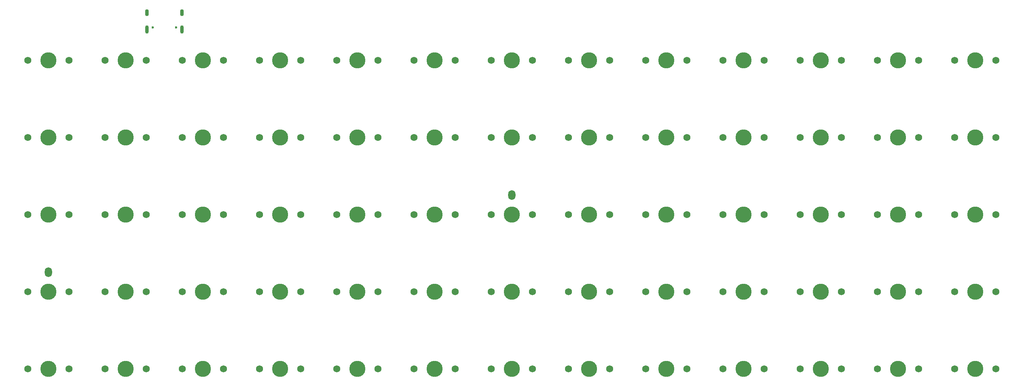
<source format=gbr>
%TF.GenerationSoftware,KiCad,Pcbnew,5.1.9+dfsg1-1*%
%TF.CreationDate,2021-12-19T00:26:22+01:00*%
%TF.ProjectId,okey65-pcb,6f6b6579-3635-42d7-9063-622e6b696361,rev?*%
%TF.SameCoordinates,Original*%
%TF.FileFunction,Soldermask,Top*%
%TF.FilePolarity,Negative*%
%FSLAX46Y46*%
G04 Gerber Fmt 4.6, Leading zero omitted, Abs format (unit mm)*
G04 Created by KiCad (PCBNEW 5.1.9+dfsg1-1) date 2021-12-19 00:26:22*
%MOMM*%
%LPD*%
G01*
G04 APERTURE LIST*
%ADD10C,3.987800*%
%ADD11C,1.750000*%
%ADD12C,0.600000*%
%ADD13O,0.900000X1.700000*%
%ADD14O,0.900000X2.000000*%
%ADD15O,1.800000X2.400000*%
G04 APERTURE END LIST*
D10*
%TO.C,MX3*%
X71437500Y-41275000D03*
D11*
X76517500Y-41275000D03*
X66357500Y-41275000D03*
%TD*%
D10*
%TO.C,MX34*%
X166687500Y-79375000D03*
D11*
X171767500Y-79375000D03*
X161607500Y-79375000D03*
%TD*%
D10*
%TO.C,MX30*%
X90487500Y-79375000D03*
D11*
X95567500Y-79375000D03*
X85407500Y-79375000D03*
%TD*%
D10*
%TO.C,MX29*%
X71437500Y-79375000D03*
D11*
X76517500Y-79375000D03*
X66357500Y-79375000D03*
%TD*%
D10*
%TO.C,MX16*%
X71437500Y-60325000D03*
D11*
X76517500Y-60325000D03*
X66357500Y-60325000D03*
%TD*%
D10*
%TO.C,MX65*%
X261937500Y-117475000D03*
D11*
X267017500Y-117475000D03*
X256857500Y-117475000D03*
%TD*%
D10*
%TO.C,MX64*%
X242887500Y-117475000D03*
D11*
X247967500Y-117475000D03*
X237807500Y-117475000D03*
%TD*%
D10*
%TO.C,MX63*%
X223837500Y-117475000D03*
D11*
X228917500Y-117475000D03*
X218757500Y-117475000D03*
%TD*%
D10*
%TO.C,MX62*%
X204787500Y-117475000D03*
D11*
X209867500Y-117475000D03*
X199707500Y-117475000D03*
%TD*%
D10*
%TO.C,MX61*%
X185737500Y-117475000D03*
D11*
X190817500Y-117475000D03*
X180657500Y-117475000D03*
%TD*%
D10*
%TO.C,MX60*%
X166687500Y-117475000D03*
D11*
X171767500Y-117475000D03*
X161607500Y-117475000D03*
%TD*%
D10*
%TO.C,MX59*%
X147637500Y-117475000D03*
D11*
X152717500Y-117475000D03*
X142557500Y-117475000D03*
%TD*%
D10*
%TO.C,MX58*%
X128587500Y-117475000D03*
D11*
X133667500Y-117475000D03*
X123507500Y-117475000D03*
%TD*%
D10*
%TO.C,MX57*%
X109537500Y-117475000D03*
D11*
X114617500Y-117475000D03*
X104457500Y-117475000D03*
%TD*%
D10*
%TO.C,MX56*%
X90487500Y-117475000D03*
D11*
X95567500Y-117475000D03*
X85407500Y-117475000D03*
%TD*%
D10*
%TO.C,MX55*%
X71437500Y-117475000D03*
D11*
X76517500Y-117475000D03*
X66357500Y-117475000D03*
%TD*%
D10*
%TO.C,MX54*%
X52387500Y-117475000D03*
D11*
X57467500Y-117475000D03*
X47307500Y-117475000D03*
%TD*%
D10*
%TO.C,MX53*%
X33337500Y-117475000D03*
D11*
X38417500Y-117475000D03*
X28257500Y-117475000D03*
%TD*%
D10*
%TO.C,MX52*%
X261937500Y-98425000D03*
D11*
X267017500Y-98425000D03*
X256857500Y-98425000D03*
%TD*%
D10*
%TO.C,MX51*%
X242887500Y-98425000D03*
D11*
X247967500Y-98425000D03*
X237807500Y-98425000D03*
%TD*%
D10*
%TO.C,MX50*%
X223837500Y-98425000D03*
D11*
X228917500Y-98425000D03*
X218757500Y-98425000D03*
%TD*%
D10*
%TO.C,MX49*%
X204787500Y-98425000D03*
D11*
X209867500Y-98425000D03*
X199707500Y-98425000D03*
%TD*%
D10*
%TO.C,MX48*%
X185737500Y-98425000D03*
D11*
X190817500Y-98425000D03*
X180657500Y-98425000D03*
%TD*%
D10*
%TO.C,MX47*%
X166687500Y-98425000D03*
D11*
X171767500Y-98425000D03*
X161607500Y-98425000D03*
%TD*%
D10*
%TO.C,MX46*%
X147637500Y-98425000D03*
D11*
X152717500Y-98425000D03*
X142557500Y-98425000D03*
%TD*%
D10*
%TO.C,MX45*%
X128587500Y-98425000D03*
D11*
X133667500Y-98425000D03*
X123507500Y-98425000D03*
%TD*%
D10*
%TO.C,MX44*%
X109537500Y-98425000D03*
D11*
X114617500Y-98425000D03*
X104457500Y-98425000D03*
%TD*%
D10*
%TO.C,MX43*%
X90487500Y-98425000D03*
D11*
X95567500Y-98425000D03*
X85407500Y-98425000D03*
%TD*%
D10*
%TO.C,MX42*%
X71437500Y-98425000D03*
D11*
X76517500Y-98425000D03*
X66357500Y-98425000D03*
%TD*%
D10*
%TO.C,MX41*%
X52387500Y-98425000D03*
D11*
X57467500Y-98425000D03*
X47307500Y-98425000D03*
%TD*%
D10*
%TO.C,MX40*%
X33337500Y-98425000D03*
D11*
X38417500Y-98425000D03*
X28257500Y-98425000D03*
%TD*%
D10*
%TO.C,MX39*%
X261937500Y-79375000D03*
D11*
X267017500Y-79375000D03*
X256857500Y-79375000D03*
%TD*%
D10*
%TO.C,MX38*%
X242887500Y-79375000D03*
D11*
X247967500Y-79375000D03*
X237807500Y-79375000D03*
%TD*%
D10*
%TO.C,MX37*%
X223837500Y-79375000D03*
D11*
X228917500Y-79375000D03*
X218757500Y-79375000D03*
%TD*%
D10*
%TO.C,MX36*%
X204787500Y-79375000D03*
D11*
X209867500Y-79375000D03*
X199707500Y-79375000D03*
%TD*%
D10*
%TO.C,MX35*%
X185737500Y-79375000D03*
D11*
X190817500Y-79375000D03*
X180657500Y-79375000D03*
%TD*%
D10*
%TO.C,MX33*%
X147637500Y-79375000D03*
D11*
X152717500Y-79375000D03*
X142557500Y-79375000D03*
%TD*%
D10*
%TO.C,MX32*%
X128587500Y-79375000D03*
D11*
X133667500Y-79375000D03*
X123507500Y-79375000D03*
%TD*%
D10*
%TO.C,MX31*%
X109537500Y-79375000D03*
D11*
X114617500Y-79375000D03*
X104457500Y-79375000D03*
%TD*%
D10*
%TO.C,MX28*%
X52387500Y-79375000D03*
D11*
X57467500Y-79375000D03*
X47307500Y-79375000D03*
%TD*%
D10*
%TO.C,MX27*%
X33337500Y-79375000D03*
D11*
X38417500Y-79375000D03*
X28257500Y-79375000D03*
%TD*%
D10*
%TO.C,MX26*%
X261937500Y-60325000D03*
D11*
X267017500Y-60325000D03*
X256857500Y-60325000D03*
%TD*%
D10*
%TO.C,MX25*%
X242887500Y-60325000D03*
D11*
X247967500Y-60325000D03*
X237807500Y-60325000D03*
%TD*%
D10*
%TO.C,MX24*%
X223837500Y-60325000D03*
D11*
X228917500Y-60325000D03*
X218757500Y-60325000D03*
%TD*%
D10*
%TO.C,MX23*%
X204787500Y-60325000D03*
D11*
X209867500Y-60325000D03*
X199707500Y-60325000D03*
%TD*%
D10*
%TO.C,MX22*%
X185737500Y-60325000D03*
D11*
X190817500Y-60325000D03*
X180657500Y-60325000D03*
%TD*%
D10*
%TO.C,MX21*%
X166687500Y-60325000D03*
D11*
X171767500Y-60325000D03*
X161607500Y-60325000D03*
%TD*%
D10*
%TO.C,MX20*%
X147637500Y-60325000D03*
D11*
X152717500Y-60325000D03*
X142557500Y-60325000D03*
%TD*%
D10*
%TO.C,MX19*%
X128587500Y-60325000D03*
D11*
X133667500Y-60325000D03*
X123507500Y-60325000D03*
%TD*%
D10*
%TO.C,MX18*%
X109537500Y-60325000D03*
D11*
X114617500Y-60325000D03*
X104457500Y-60325000D03*
%TD*%
D10*
%TO.C,MX17*%
X90487500Y-60325000D03*
D11*
X95567500Y-60325000D03*
X85407500Y-60325000D03*
%TD*%
D10*
%TO.C,MX15*%
X52387500Y-60325000D03*
D11*
X57467500Y-60325000D03*
X47307500Y-60325000D03*
%TD*%
D10*
%TO.C,MX14*%
X33337500Y-60325000D03*
D11*
X38417500Y-60325000D03*
X28257500Y-60325000D03*
%TD*%
D10*
%TO.C,MX13*%
X261937500Y-41275000D03*
D11*
X267017500Y-41275000D03*
X256857500Y-41275000D03*
%TD*%
D10*
%TO.C,MX12*%
X242887500Y-41275000D03*
D11*
X247967500Y-41275000D03*
X237807500Y-41275000D03*
%TD*%
D10*
%TO.C,MX11*%
X223837500Y-41275000D03*
D11*
X228917500Y-41275000D03*
X218757500Y-41275000D03*
%TD*%
D10*
%TO.C,MX10*%
X204787500Y-41275000D03*
D11*
X209867500Y-41275000D03*
X199707500Y-41275000D03*
%TD*%
D10*
%TO.C,MX9*%
X185737500Y-41275000D03*
D11*
X190817500Y-41275000D03*
X180657500Y-41275000D03*
%TD*%
D10*
%TO.C,MX8*%
X166687500Y-41275000D03*
D11*
X171767500Y-41275000D03*
X161607500Y-41275000D03*
%TD*%
D10*
%TO.C,MX7*%
X147637500Y-41275000D03*
D11*
X152717500Y-41275000D03*
X142557500Y-41275000D03*
%TD*%
D10*
%TO.C,MX6*%
X128587500Y-41275000D03*
D11*
X133667500Y-41275000D03*
X123507500Y-41275000D03*
%TD*%
D10*
%TO.C,MX5*%
X109537500Y-41275000D03*
D11*
X114617500Y-41275000D03*
X104457500Y-41275000D03*
%TD*%
D10*
%TO.C,MX4*%
X90487500Y-41275000D03*
D11*
X95567500Y-41275000D03*
X85407500Y-41275000D03*
%TD*%
D10*
%TO.C,MX2*%
X52387500Y-41275000D03*
D11*
X57467500Y-41275000D03*
X47307500Y-41275000D03*
%TD*%
D10*
%TO.C,MX1*%
X33337500Y-41275000D03*
D11*
X38417500Y-41275000D03*
X28257500Y-41275000D03*
%TD*%
D12*
%TO.C,J1*%
X59022500Y-33200000D03*
X64802500Y-33200000D03*
D13*
X66232500Y-29510000D03*
X57592500Y-29510000D03*
D14*
X66232500Y-33680000D03*
X57592500Y-33680000D03*
%TD*%
D15*
%TO.C,D67*%
X147637500Y-74612500D03*
%TD*%
%TO.C,D66*%
X33337500Y-93662500D03*
%TD*%
M02*

</source>
